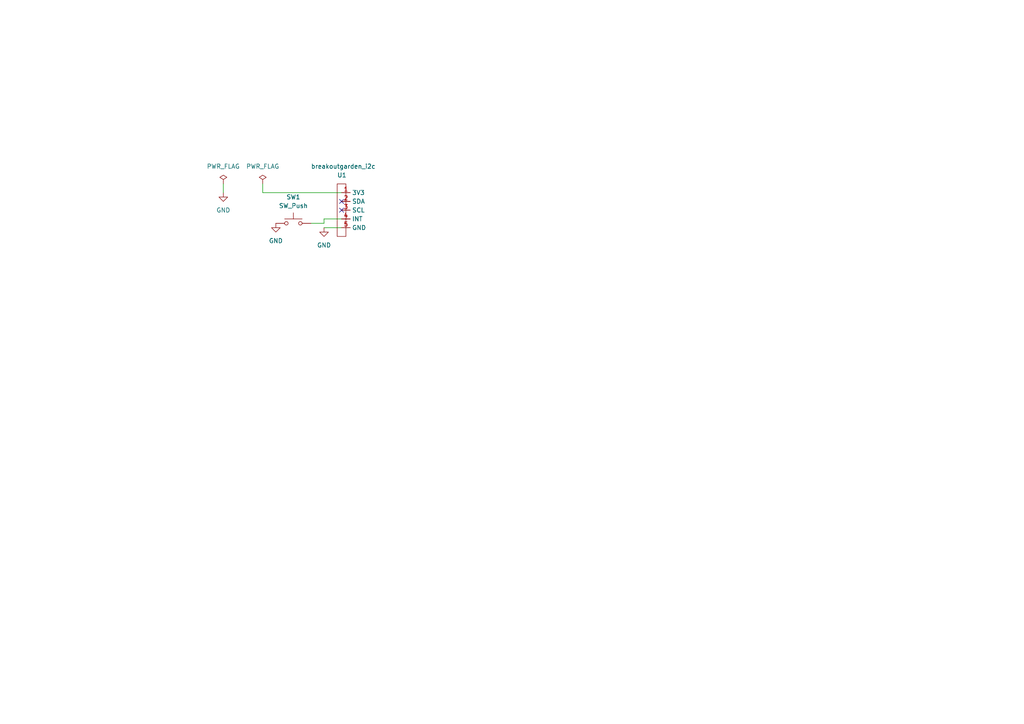
<source format=kicad_sch>
(kicad_sch (version 20211123) (generator eeschema)
  (paper "A4")
  (lib_symbols
    (symbol "Connector:breakoutgarden_i2c"
      (property "Reference" "U" (at 0 0 0))
      (property "Value" "breakoutgarden_i2c" (at 0 2.54 0))
      (symbol "breakoutgarden_i2c_0_1"
        (rectangle (start -1.27 -2.54) (end 1.27 -17.78) (stroke (width 0.1524)))
      )
      (symbol "breakoutgarden_i2c_1_1"
        (pin input line (at 0 -5.08 0) (length 2.54) (name "3V3") (number "1"))
        (pin input line (at 0 -7.62 0) (length 2.54) (name "SDA") (number "2"))
        (pin input line (at 0 -10.16 0) (length 2.54) (name "SCL") (number "3"))
        (pin bidirectional line (at 0 -12.7 0) (length 2.54) (name "INT") (number "4"))
        (pin input line (at 0 -15.24 0) (length 2.54) (name "GND") (number "5"))
      )
    )
    (symbol "Switch:SW_Push" (pin_numbers hide) (pin_names (offset 1.016) hide)
      (property "Reference" "SW" (at 1.27 2.54 0))
      (property "Value" "SW_Push" (at 0 -1.524 0))
      (symbol "SW_Push_0_1"
        (circle (center -2.032 0) (radius 0.508))
        (polyline (pts (xy 0 1.27) (xy 0 3.048)))
        (polyline (pts (xy 2.54 1.27) (xy -2.54 1.27)))
        (circle (center 2.032 0) (radius 0.508))
        (pin passive line (at -5.08 0 0) (length 2.54) (name "1") (number "1"))
        (pin passive line (at 5.08 0 180) (length 2.54) (name "2") (number "2"))
      )
    )
    (symbol "power:GND" (power) (pin_names (offset 0))
      (property "Value" "GND" (at 0 -3.81 0))
      (symbol "GND_0_1"
        (polyline (pts (xy 0 0) (xy 0 -1.27) (xy 1.27 -1.27) (xy 0 -2.54) (xy -1.27 -1.27) (xy 0 -1.27)))
      )
      (symbol "GND_1_1"
        (pin power_in line (at 0 0 270) (length 0) hide (name "GND") (number "1"))
      )
    )
    (symbol "power:PWR_FLAG" (power) (pin_numbers hide) (pin_names (offset 0) hide)
      (property "Value" "PWR_FLAG" (at 0 3.81 0))
      (symbol "PWR_FLAG_0_0"
        (pin power_out line (at 0 0 90) (length 0) (name "pwr") (number "1"))
      )
      (symbol "PWR_FLAG_0_1"
        (polyline (pts (xy 0 0) (xy 0 1.27) (xy -1.016 1.905) (xy 0 2.54) (xy 1.016 1.905) (xy 0 1.27)))
      )
    )
  )
  (no_connect (at 99.06 58.42))
  (no_connect (at 99.06 60.96))
  (wire (pts (xy 64.77 53.34) (xy 64.77 55.88)))
  (wire (pts (xy 93.98 66.04) (xy 99.06 66.04)))
  (wire (pts (xy 76.2 55.88) (xy 99.06 55.88)))
  (wire (pts (xy 76.2 53.34) (xy 76.2 55.88)))
  (wire (pts (xy 93.98 64.77) (xy 93.98 63.5)))
  (wire (pts (xy 93.98 63.5) (xy 99.06 63.5)))
  (wire (pts (xy 90.17 64.77) (xy 93.98 64.77)))
  (symbol (lib_id "power:PWR_FLAG") (at 64.77 53.34 0) (unit 1)
    (property "Reference" "#FLG0102" (effects hide))
    (property "Value" "PWR_FLAG" (at 64.77 48.26 0))
  )
  (symbol (lib_id "Connector:breakoutgarden_i2c") (at 99.06 50.8 0) (unit 1)
    (property "Reference" "U1" (at 97.79 50.8 0) (effects (justify left)))
    (property "Value" "breakoutgarden_i2c" (at 90.17 48.26 0) (effects (justify left)))
    (property "Footprint" "Connector:BreakoutBarden_i2c" (effects hide))
  )
  (symbol (lib_id "power:GND") (at 93.98 66.04 0) (unit 1)
    (property "Reference" "#PWR0102" (effects hide))
    (property "Value" "GND" (at 93.98 71.12 0))
  )
  (symbol (lib_id "power:GND") (at 64.77 55.88 0) (unit 1)
    (property "Reference" "#PWR0101" (effects hide))
    (property "Value" "GND" (at 64.77 60.96 0))
  )
  (symbol (lib_id "Switch:SW_Push") (at 85.09 64.77 0) (unit 1)
    (property "Reference" "SW1" (at 85.09 57.15 0))
    (property "Value" "SW_Push" (at 85.09 59.69 0))
    (property "Footprint" "bg-button:SW_TSB001" (effects hide))
  )
  (symbol (lib_id "power:GND") (at 80.01 64.77 0) (unit 1)
    (property "Reference" "#PWR0103" (effects hide))
    (property "Value" "GND" (at 80.01 69.85 0))
  )
  (symbol (lib_id "power:PWR_FLAG") (at 76.2 53.34 0) (unit 1)
    (property "Reference" "#FLG0101" (effects hide))
    (property "Value" "PWR_FLAG" (at 76.2 48.26 0))
  )
)
</source>
